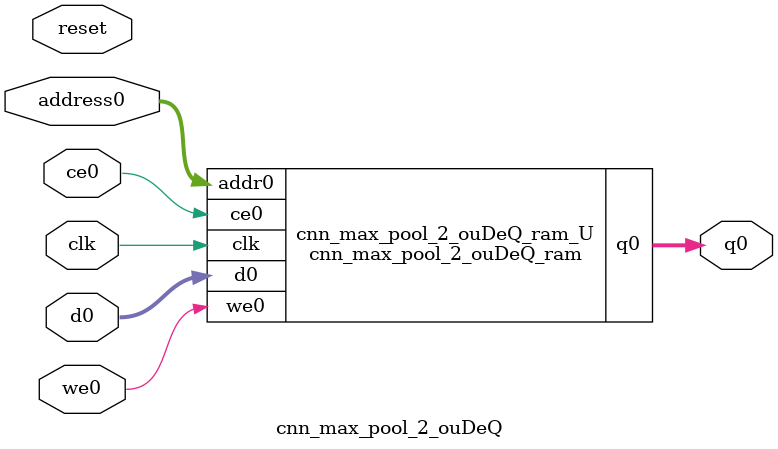
<source format=v>
`timescale 1 ns / 1 ps
module cnn_max_pool_2_ouDeQ_ram (addr0, ce0, d0, we0, q0,  clk);

parameter DWIDTH = 14;
parameter AWIDTH = 9;
parameter MEM_SIZE = 400;

input[AWIDTH-1:0] addr0;
input ce0;
input[DWIDTH-1:0] d0;
input we0;
output reg[DWIDTH-1:0] q0;
input clk;

(* ram_style = "block" *)reg [DWIDTH-1:0] ram[0:MEM_SIZE-1];




always @(posedge clk)  
begin 
    if (ce0) 
    begin
        if (we0) 
        begin 
            ram[addr0] <= d0; 
        end 
        q0 <= ram[addr0];
    end
end


endmodule

`timescale 1 ns / 1 ps
module cnn_max_pool_2_ouDeQ(
    reset,
    clk,
    address0,
    ce0,
    we0,
    d0,
    q0);

parameter DataWidth = 32'd14;
parameter AddressRange = 32'd400;
parameter AddressWidth = 32'd9;
input reset;
input clk;
input[AddressWidth - 1:0] address0;
input ce0;
input we0;
input[DataWidth - 1:0] d0;
output[DataWidth - 1:0] q0;



cnn_max_pool_2_ouDeQ_ram cnn_max_pool_2_ouDeQ_ram_U(
    .clk( clk ),
    .addr0( address0 ),
    .ce0( ce0 ),
    .we0( we0 ),
    .d0( d0 ),
    .q0( q0 ));

endmodule


</source>
